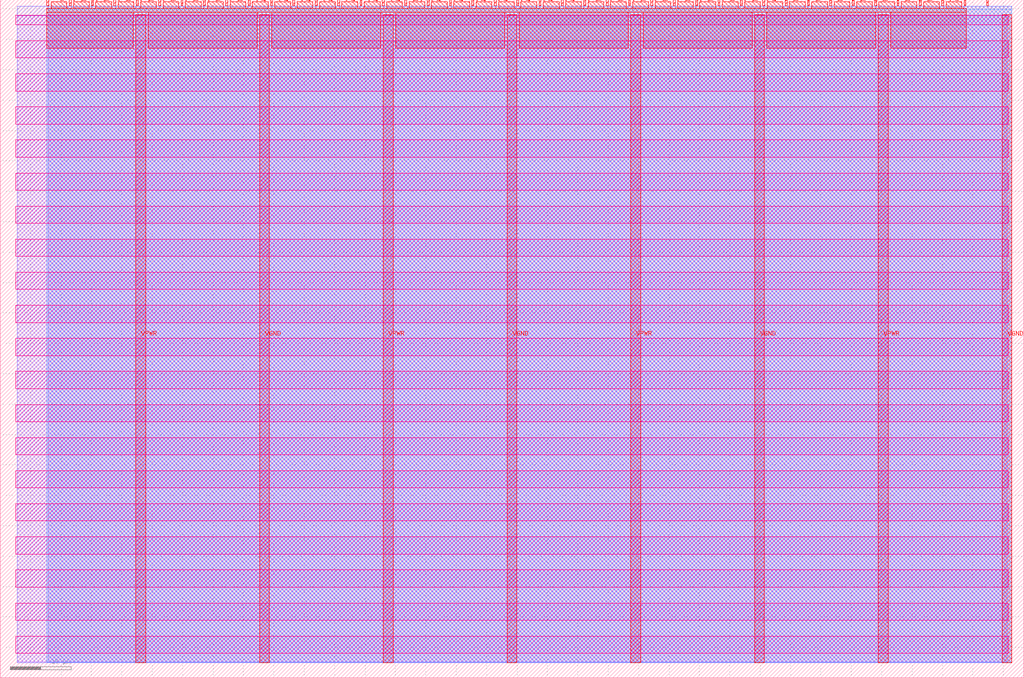
<source format=lef>
VERSION 5.7 ;
  NOWIREEXTENSIONATPIN ON ;
  DIVIDERCHAR "/" ;
  BUSBITCHARS "[]" ;
MACRO tt_um_wokwi_374778387606763521
  CLASS BLOCK ;
  FOREIGN tt_um_wokwi_374778387606763521 ;
  ORIGIN 0.000 0.000 ;
  SIZE 168.360 BY 111.520 ;
  PIN VGND
    DIRECTION INOUT ;
    USE GROUND ;
    PORT
      LAYER met4 ;
        RECT 42.670 2.480 44.270 109.040 ;
    END
    PORT
      LAYER met4 ;
        RECT 83.380 2.480 84.980 109.040 ;
    END
    PORT
      LAYER met4 ;
        RECT 124.090 2.480 125.690 109.040 ;
    END
    PORT
      LAYER met4 ;
        RECT 164.800 2.480 166.400 109.040 ;
    END
  END VGND
  PIN VPWR
    DIRECTION INOUT ;
    USE POWER ;
    PORT
      LAYER met4 ;
        RECT 22.315 2.480 23.915 109.040 ;
    END
    PORT
      LAYER met4 ;
        RECT 63.025 2.480 64.625 109.040 ;
    END
    PORT
      LAYER met4 ;
        RECT 103.735 2.480 105.335 109.040 ;
    END
    PORT
      LAYER met4 ;
        RECT 144.445 2.480 146.045 109.040 ;
    END
  END VPWR
  PIN clk
    DIRECTION INPUT ;
    USE SIGNAL ;
    ANTENNAGATEAREA 0.159000 ;
    PORT
      LAYER met4 ;
        RECT 158.550 110.520 158.850 111.520 ;
    END
  END clk
  PIN ena
    DIRECTION INPUT ;
    USE SIGNAL ;
    PORT
      LAYER met4 ;
        RECT 162.230 110.520 162.530 111.520 ;
    END
  END ena
  PIN rst_n
    DIRECTION INPUT ;
    USE SIGNAL ;
    PORT
      LAYER met4 ;
        RECT 154.870 110.520 155.170 111.520 ;
    END
  END rst_n
  PIN ui_in[0]
    DIRECTION INPUT ;
    USE SIGNAL ;
    ANTENNAGATEAREA 0.196500 ;
    PORT
      LAYER met4 ;
        RECT 151.190 110.520 151.490 111.520 ;
    END
  END ui_in[0]
  PIN ui_in[1]
    DIRECTION INPUT ;
    USE SIGNAL ;
    ANTENNAGATEAREA 0.196500 ;
    PORT
      LAYER met4 ;
        RECT 147.510 110.520 147.810 111.520 ;
    END
  END ui_in[1]
  PIN ui_in[2]
    DIRECTION INPUT ;
    USE SIGNAL ;
    ANTENNAGATEAREA 0.196500 ;
    PORT
      LAYER met4 ;
        RECT 143.830 110.520 144.130 111.520 ;
    END
  END ui_in[2]
  PIN ui_in[3]
    DIRECTION INPUT ;
    USE SIGNAL ;
    ANTENNAGATEAREA 0.196500 ;
    PORT
      LAYER met4 ;
        RECT 140.150 110.520 140.450 111.520 ;
    END
  END ui_in[3]
  PIN ui_in[4]
    DIRECTION INPUT ;
    USE SIGNAL ;
    ANTENNAGATEAREA 0.196500 ;
    PORT
      LAYER met4 ;
        RECT 136.470 110.520 136.770 111.520 ;
    END
  END ui_in[4]
  PIN ui_in[5]
    DIRECTION INPUT ;
    USE SIGNAL ;
    ANTENNAGATEAREA 0.196500 ;
    PORT
      LAYER met4 ;
        RECT 132.790 110.520 133.090 111.520 ;
    END
  END ui_in[5]
  PIN ui_in[6]
    DIRECTION INPUT ;
    USE SIGNAL ;
    ANTENNAGATEAREA 0.196500 ;
    PORT
      LAYER met4 ;
        RECT 129.110 110.520 129.410 111.520 ;
    END
  END ui_in[6]
  PIN ui_in[7]
    DIRECTION INPUT ;
    USE SIGNAL ;
    ANTENNAGATEAREA 0.196500 ;
    PORT
      LAYER met4 ;
        RECT 125.430 110.520 125.730 111.520 ;
    END
  END ui_in[7]
  PIN uio_in[0]
    DIRECTION INPUT ;
    USE SIGNAL ;
    PORT
      LAYER met4 ;
        RECT 121.750 110.520 122.050 111.520 ;
    END
  END uio_in[0]
  PIN uio_in[1]
    DIRECTION INPUT ;
    USE SIGNAL ;
    PORT
      LAYER met4 ;
        RECT 118.070 110.520 118.370 111.520 ;
    END
  END uio_in[1]
  PIN uio_in[2]
    DIRECTION INPUT ;
    USE SIGNAL ;
    PORT
      LAYER met4 ;
        RECT 114.390 110.520 114.690 111.520 ;
    END
  END uio_in[2]
  PIN uio_in[3]
    DIRECTION INPUT ;
    USE SIGNAL ;
    PORT
      LAYER met4 ;
        RECT 110.710 110.520 111.010 111.520 ;
    END
  END uio_in[3]
  PIN uio_in[4]
    DIRECTION INPUT ;
    USE SIGNAL ;
    PORT
      LAYER met4 ;
        RECT 107.030 110.520 107.330 111.520 ;
    END
  END uio_in[4]
  PIN uio_in[5]
    DIRECTION INPUT ;
    USE SIGNAL ;
    PORT
      LAYER met4 ;
        RECT 103.350 110.520 103.650 111.520 ;
    END
  END uio_in[5]
  PIN uio_in[6]
    DIRECTION INPUT ;
    USE SIGNAL ;
    PORT
      LAYER met4 ;
        RECT 99.670 110.520 99.970 111.520 ;
    END
  END uio_in[6]
  PIN uio_in[7]
    DIRECTION INPUT ;
    USE SIGNAL ;
    PORT
      LAYER met4 ;
        RECT 95.990 110.520 96.290 111.520 ;
    END
  END uio_in[7]
  PIN uio_oe[0]
    DIRECTION OUTPUT TRISTATE ;
    USE SIGNAL ;
    PORT
      LAYER met4 ;
        RECT 33.430 110.520 33.730 111.520 ;
    END
  END uio_oe[0]
  PIN uio_oe[1]
    DIRECTION OUTPUT TRISTATE ;
    USE SIGNAL ;
    PORT
      LAYER met4 ;
        RECT 29.750 110.520 30.050 111.520 ;
    END
  END uio_oe[1]
  PIN uio_oe[2]
    DIRECTION OUTPUT TRISTATE ;
    USE SIGNAL ;
    PORT
      LAYER met4 ;
        RECT 26.070 110.520 26.370 111.520 ;
    END
  END uio_oe[2]
  PIN uio_oe[3]
    DIRECTION OUTPUT TRISTATE ;
    USE SIGNAL ;
    PORT
      LAYER met4 ;
        RECT 22.390 110.520 22.690 111.520 ;
    END
  END uio_oe[3]
  PIN uio_oe[4]
    DIRECTION OUTPUT TRISTATE ;
    USE SIGNAL ;
    PORT
      LAYER met4 ;
        RECT 18.710 110.520 19.010 111.520 ;
    END
  END uio_oe[4]
  PIN uio_oe[5]
    DIRECTION OUTPUT TRISTATE ;
    USE SIGNAL ;
    PORT
      LAYER met4 ;
        RECT 15.030 110.520 15.330 111.520 ;
    END
  END uio_oe[5]
  PIN uio_oe[6]
    DIRECTION OUTPUT TRISTATE ;
    USE SIGNAL ;
    PORT
      LAYER met4 ;
        RECT 11.350 110.520 11.650 111.520 ;
    END
  END uio_oe[6]
  PIN uio_oe[7]
    DIRECTION OUTPUT TRISTATE ;
    USE SIGNAL ;
    PORT
      LAYER met4 ;
        RECT 7.670 110.520 7.970 111.520 ;
    END
  END uio_oe[7]
  PIN uio_out[0]
    DIRECTION OUTPUT TRISTATE ;
    USE SIGNAL ;
    ANTENNADIFFAREA 0.445500 ;
    PORT
      LAYER met4 ;
        RECT 62.870 110.520 63.170 111.520 ;
    END
  END uio_out[0]
  PIN uio_out[1]
    DIRECTION OUTPUT TRISTATE ;
    USE SIGNAL ;
    PORT
      LAYER met4 ;
        RECT 59.190 110.520 59.490 111.520 ;
    END
  END uio_out[1]
  PIN uio_out[2]
    DIRECTION OUTPUT TRISTATE ;
    USE SIGNAL ;
    PORT
      LAYER met4 ;
        RECT 55.510 110.520 55.810 111.520 ;
    END
  END uio_out[2]
  PIN uio_out[3]
    DIRECTION OUTPUT TRISTATE ;
    USE SIGNAL ;
    PORT
      LAYER met4 ;
        RECT 51.830 110.520 52.130 111.520 ;
    END
  END uio_out[3]
  PIN uio_out[4]
    DIRECTION OUTPUT TRISTATE ;
    USE SIGNAL ;
    PORT
      LAYER met4 ;
        RECT 48.150 110.520 48.450 111.520 ;
    END
  END uio_out[4]
  PIN uio_out[5]
    DIRECTION OUTPUT TRISTATE ;
    USE SIGNAL ;
    PORT
      LAYER met4 ;
        RECT 44.470 110.520 44.770 111.520 ;
    END
  END uio_out[5]
  PIN uio_out[6]
    DIRECTION OUTPUT TRISTATE ;
    USE SIGNAL ;
    PORT
      LAYER met4 ;
        RECT 40.790 110.520 41.090 111.520 ;
    END
  END uio_out[6]
  PIN uio_out[7]
    DIRECTION OUTPUT TRISTATE ;
    USE SIGNAL ;
    PORT
      LAYER met4 ;
        RECT 37.110 110.520 37.410 111.520 ;
    END
  END uio_out[7]
  PIN uo_out[0]
    DIRECTION OUTPUT TRISTATE ;
    USE SIGNAL ;
    ANTENNADIFFAREA 0.445500 ;
    PORT
      LAYER met4 ;
        RECT 92.310 110.520 92.610 111.520 ;
    END
  END uo_out[0]
  PIN uo_out[1]
    DIRECTION OUTPUT TRISTATE ;
    USE SIGNAL ;
    ANTENNADIFFAREA 0.795200 ;
    PORT
      LAYER met4 ;
        RECT 88.630 110.520 88.930 111.520 ;
    END
  END uo_out[1]
  PIN uo_out[2]
    DIRECTION OUTPUT TRISTATE ;
    USE SIGNAL ;
    ANTENNADIFFAREA 0.445500 ;
    PORT
      LAYER met4 ;
        RECT 84.950 110.520 85.250 111.520 ;
    END
  END uo_out[2]
  PIN uo_out[3]
    DIRECTION OUTPUT TRISTATE ;
    USE SIGNAL ;
    ANTENNADIFFAREA 0.795200 ;
    PORT
      LAYER met4 ;
        RECT 81.270 110.520 81.570 111.520 ;
    END
  END uo_out[3]
  PIN uo_out[4]
    DIRECTION OUTPUT TRISTATE ;
    USE SIGNAL ;
    ANTENNADIFFAREA 0.445500 ;
    PORT
      LAYER met4 ;
        RECT 77.590 110.520 77.890 111.520 ;
    END
  END uo_out[4]
  PIN uo_out[5]
    DIRECTION OUTPUT TRISTATE ;
    USE SIGNAL ;
    ANTENNADIFFAREA 0.445500 ;
    PORT
      LAYER met4 ;
        RECT 73.910 110.520 74.210 111.520 ;
    END
  END uo_out[5]
  PIN uo_out[6]
    DIRECTION OUTPUT TRISTATE ;
    USE SIGNAL ;
    ANTENNADIFFAREA 0.445500 ;
    PORT
      LAYER met4 ;
        RECT 70.230 110.520 70.530 111.520 ;
    END
  END uo_out[6]
  PIN uo_out[7]
    DIRECTION OUTPUT TRISTATE ;
    USE SIGNAL ;
    ANTENNADIFFAREA 0.445500 ;
    PORT
      LAYER met4 ;
        RECT 66.550 110.520 66.850 111.520 ;
    END
  END uo_out[7]
  OBS
      LAYER nwell ;
        RECT 2.570 107.385 165.790 108.990 ;
        RECT 2.570 101.945 165.790 104.775 ;
        RECT 2.570 96.505 165.790 99.335 ;
        RECT 2.570 91.065 165.790 93.895 ;
        RECT 2.570 85.625 165.790 88.455 ;
        RECT 2.570 80.185 165.790 83.015 ;
        RECT 2.570 74.745 165.790 77.575 ;
        RECT 2.570 69.305 165.790 72.135 ;
        RECT 2.570 63.865 165.790 66.695 ;
        RECT 2.570 58.425 165.790 61.255 ;
        RECT 2.570 52.985 165.790 55.815 ;
        RECT 2.570 47.545 165.790 50.375 ;
        RECT 2.570 42.105 165.790 44.935 ;
        RECT 2.570 36.665 165.790 39.495 ;
        RECT 2.570 31.225 165.790 34.055 ;
        RECT 2.570 25.785 165.790 28.615 ;
        RECT 2.570 20.345 165.790 23.175 ;
        RECT 2.570 14.905 165.790 17.735 ;
        RECT 2.570 9.465 165.790 12.295 ;
        RECT 2.570 4.025 165.790 6.855 ;
      LAYER li1 ;
        RECT 2.760 2.635 165.600 108.885 ;
      LAYER met1 ;
        RECT 2.760 2.480 166.400 110.460 ;
      LAYER met2 ;
        RECT 7.910 2.535 166.370 110.490 ;
      LAYER met3 ;
        RECT 7.630 2.555 166.390 109.985 ;
      LAYER met4 ;
        RECT 8.370 110.120 10.950 111.170 ;
        RECT 12.050 110.120 14.630 111.170 ;
        RECT 15.730 110.120 18.310 111.170 ;
        RECT 19.410 110.120 21.990 111.170 ;
        RECT 23.090 110.120 25.670 111.170 ;
        RECT 26.770 110.120 29.350 111.170 ;
        RECT 30.450 110.120 33.030 111.170 ;
        RECT 34.130 110.120 36.710 111.170 ;
        RECT 37.810 110.120 40.390 111.170 ;
        RECT 41.490 110.120 44.070 111.170 ;
        RECT 45.170 110.120 47.750 111.170 ;
        RECT 48.850 110.120 51.430 111.170 ;
        RECT 52.530 110.120 55.110 111.170 ;
        RECT 56.210 110.120 58.790 111.170 ;
        RECT 59.890 110.120 62.470 111.170 ;
        RECT 63.570 110.120 66.150 111.170 ;
        RECT 67.250 110.120 69.830 111.170 ;
        RECT 70.930 110.120 73.510 111.170 ;
        RECT 74.610 110.120 77.190 111.170 ;
        RECT 78.290 110.120 80.870 111.170 ;
        RECT 81.970 110.120 84.550 111.170 ;
        RECT 85.650 110.120 88.230 111.170 ;
        RECT 89.330 110.120 91.910 111.170 ;
        RECT 93.010 110.120 95.590 111.170 ;
        RECT 96.690 110.120 99.270 111.170 ;
        RECT 100.370 110.120 102.950 111.170 ;
        RECT 104.050 110.120 106.630 111.170 ;
        RECT 107.730 110.120 110.310 111.170 ;
        RECT 111.410 110.120 113.990 111.170 ;
        RECT 115.090 110.120 117.670 111.170 ;
        RECT 118.770 110.120 121.350 111.170 ;
        RECT 122.450 110.120 125.030 111.170 ;
        RECT 126.130 110.120 128.710 111.170 ;
        RECT 129.810 110.120 132.390 111.170 ;
        RECT 133.490 110.120 136.070 111.170 ;
        RECT 137.170 110.120 139.750 111.170 ;
        RECT 140.850 110.120 143.430 111.170 ;
        RECT 144.530 110.120 147.110 111.170 ;
        RECT 148.210 110.120 150.790 111.170 ;
        RECT 151.890 110.120 154.470 111.170 ;
        RECT 155.570 110.120 158.150 111.170 ;
        RECT 7.655 109.440 158.865 110.120 ;
        RECT 7.655 103.535 21.915 109.440 ;
        RECT 24.315 103.535 42.270 109.440 ;
        RECT 44.670 103.535 62.625 109.440 ;
        RECT 65.025 103.535 82.980 109.440 ;
        RECT 85.380 103.535 103.335 109.440 ;
        RECT 105.735 103.535 123.690 109.440 ;
        RECT 126.090 103.535 144.045 109.440 ;
        RECT 146.445 103.535 158.865 109.440 ;
  END
END tt_um_wokwi_374778387606763521
END LIBRARY


</source>
